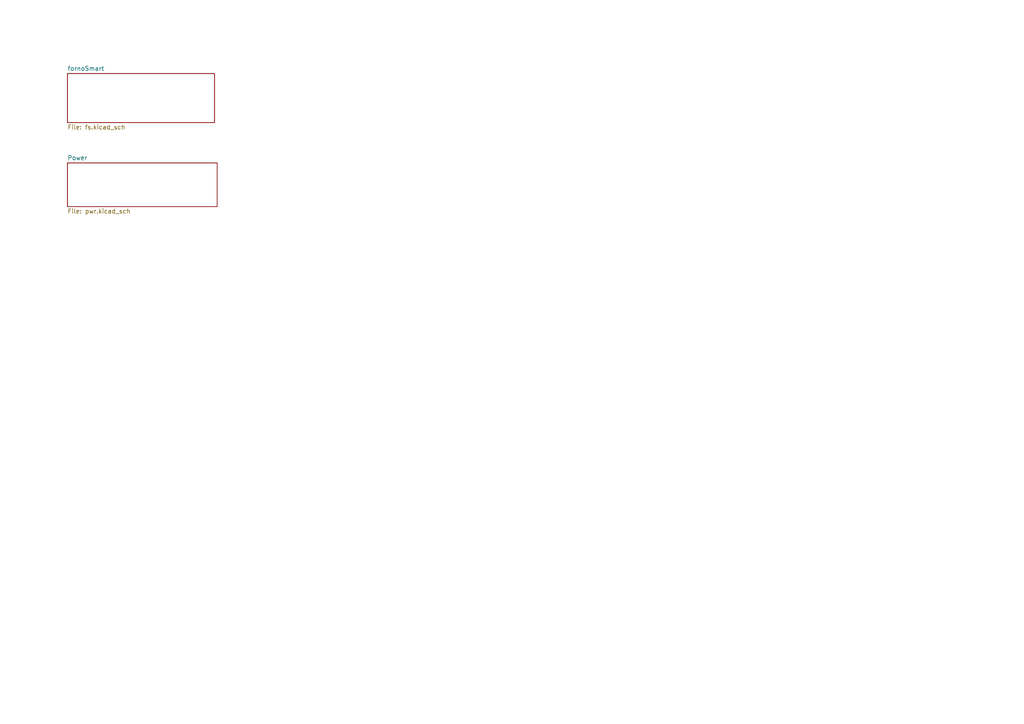
<source format=kicad_sch>
(kicad_sch
	(version 20250114)
	(generator "eeschema")
	(generator_version "9.0")
	(uuid "6bc83dad-cbb1-4ef8-a10f-291a62fee621")
	(paper "A4")
	(lib_symbols)
	(sheet
		(at 19.558 47.244)
		(size 43.434 12.7)
		(exclude_from_sim no)
		(in_bom yes)
		(on_board yes)
		(dnp no)
		(fields_autoplaced yes)
		(stroke
			(width 0.1524)
			(type solid)
		)
		(fill
			(color 0 0 0 0.0000)
		)
		(uuid "67482896-4b81-471c-a1e5-cf2452903ed4")
		(property "Sheetname" "Power"
			(at 19.558 46.5324 0)
			(effects
				(font
					(size 1.27 1.27)
				)
				(justify left bottom)
			)
		)
		(property "Sheetfile" "pwr.kicad_sch"
			(at 19.558 60.5286 0)
			(effects
				(font
					(size 1.27 1.27)
				)
				(justify left top)
			)
		)
		(instances
			(project "fornoSmart"
				(path "/6bc83dad-cbb1-4ef8-a10f-291a62fee621"
					(page "3")
				)
			)
		)
	)
	(sheet
		(at 19.558 21.336)
		(size 42.672 14.224)
		(exclude_from_sim no)
		(in_bom yes)
		(on_board yes)
		(dnp no)
		(fields_autoplaced yes)
		(stroke
			(width 0.1524)
			(type solid)
		)
		(fill
			(color 0 0 0 0.0000)
		)
		(uuid "933a1af9-5053-4126-94a9-2e39d63a5001")
		(property "Sheetname" "fornoSmart"
			(at 19.558 20.6244 0)
			(effects
				(font
					(size 1.27 1.27)
				)
				(justify left bottom)
			)
		)
		(property "Sheetfile" "fs.kicad_sch"
			(at 19.558 36.1446 0)
			(effects
				(font
					(size 1.27 1.27)
				)
				(justify left top)
			)
		)
		(instances
			(project "fornoSmart"
				(path "/6bc83dad-cbb1-4ef8-a10f-291a62fee621"
					(page "2")
				)
			)
		)
	)
	(sheet_instances
		(path "/"
			(page "1")
		)
	)
	(embedded_fonts no)
)

</source>
